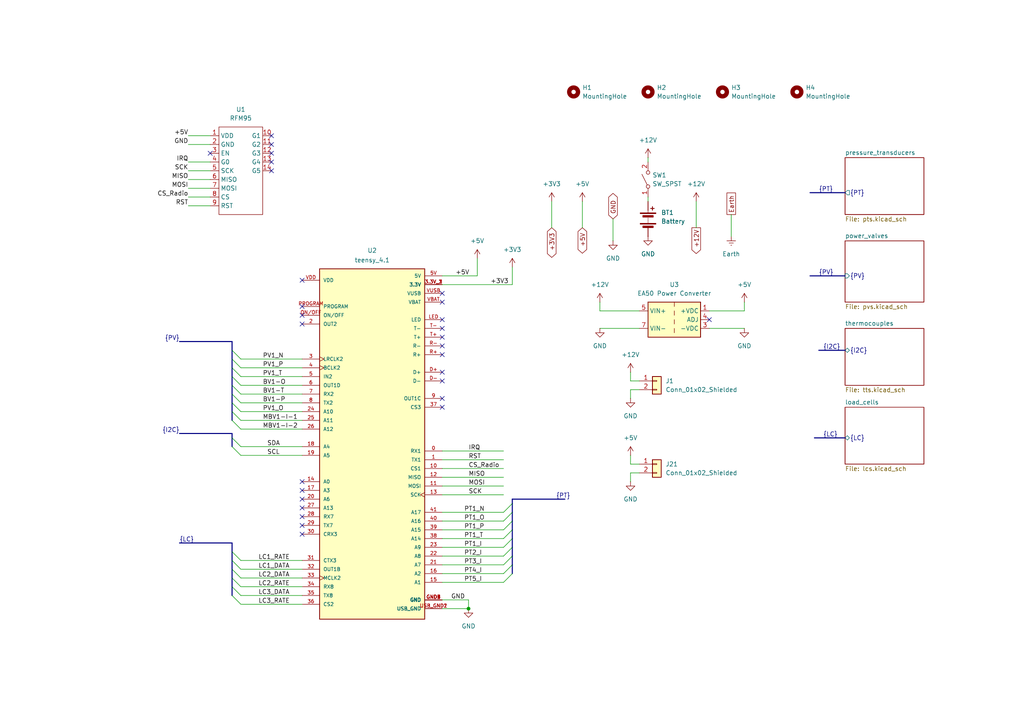
<source format=kicad_sch>
(kicad_sch (version 20231120) (generator "eeschema") (generator_version "8.0")
  (paper "A4")
  (lib_symbols
    (symbol "Connector_Generic:Conn_01x02" (pin_names (offset 1.016) hide)
      (property "Reference" "J" (at 0 2.54 0))
      (property "Value" "Conn_01x02" (at 0 -5.08 0))
      (symbol "Conn_01x02_1_1"
        (rectangle (start -1.27 -2.413) (end 0 -2.667) (stroke (width 0.1524)))
        (rectangle (start -1.27 0.127) (end 0 -0.127) (stroke (width 0.1524)))
        (rectangle (start -1.27 1.27) (end 1.27 -3.81) (stroke (width 0.254)) (fill (type background)))
        (pin passive line (at -5.08 0 0) (length 3.81) (name "Pin_1") (number "1"))
        (pin passive line (at -5.08 -2.54 0) (length 3.81) (name "Pin_2") (number "2"))
      )
    )
    (symbol "Converter_DCDC:Ag9905LP"
      (property "Reference" "U" (at -7.62 7.62 0))
      (property "Value" "Ag9905LP" (at 10.16 7.62 0))
      (symbol "Ag9905LP_0_1"
        (rectangle (start -7.62 5.08) (end 7.62 -5.08) (stroke (width 0.254)) (fill (type background)))
        (polyline (pts (xy 0 -2.54) (xy 0 -3.81)))
        (polyline (pts (xy 0 0) (xy 0 -1.27)))
        (polyline (pts (xy 0 2.54) (xy 0 1.27)))
        (polyline (pts (xy 0 5.08) (xy 0 3.81)))
      )
      (symbol "Ag9905LP_1_1"
        (pin power_out line (at 10.16 2.54 180) (length 2.54) (name "+VDC") (number "1"))
        (pin passive line (at 10.16 2.54 180) (length 2.54) hide (name "+VDC") (number "2"))
        (pin power_out line (at 10.16 -2.54 180) (length 2.54) (name "-VDC") (number "3"))
        (pin passive line (at 10.16 0 180) (length 2.54) (name "ADJ") (number "4"))
        (pin power_in line (at -10.16 2.54 0) (length 2.54) (name "VIN+") (number "5"))
        (pin passive line (at -10.16 2.54 0) (length 2.54) hide (name "VIN+") (number "6"))
        (pin power_in line (at -10.16 -2.54 0) (length 2.54) (name "VIN-") (number "7"))
        (pin passive line (at -10.16 -2.54 0) (length 2.54) hide (name "VIN-") (number "8"))
      )
    )
    (symbol "Device:Battery" (pin_numbers hide) (pin_names (offset 0) hide)
      (property "Reference" "BT" (at 2.54 2.54 0))
      (property "Value" "Battery" (at 2.54 0 0))
      (symbol "Battery_0_1"
        (rectangle (start -2.286 -1.27) (end 2.286 -1.524) (fill (type outline)))
        (rectangle (start -2.286 1.778) (end 2.286 1.524) (fill (type outline)))
        (rectangle (start -1.524 -2.032) (end 1.524 -2.54) (fill (type outline)))
        (rectangle (start -1.524 1.016) (end 1.524 0.508) (fill (type outline)))
        (polyline (pts (xy 0 -1.016) (xy 0 -0.762)))
        (polyline (pts (xy 0 -0.508) (xy 0 -0.254)))
        (polyline (pts (xy 0 0) (xy 0 0.254)))
        (polyline (pts (xy 0 1.778) (xy 0 2.54)))
        (polyline (pts (xy 0.762 3.048) (xy 1.778 3.048)) (stroke (width 0.254)))
        (polyline (pts (xy 1.27 3.556) (xy 1.27 2.54)) (stroke (width 0.254)))
      )
      (symbol "Battery_1_1"
        (pin passive line (at 0 5.08 270) (length 2.54) (name "+") (number "1"))
        (pin passive line (at 0 -5.08 90) (length 2.54) (name "-") (number "2"))
      )
    )
    (symbol "Mechanical:MountingHole" (pin_names (offset 1.016)) (exclude_from_sim yes) (in_bom no)
      (property "Reference" "H" (at 0 5.08 0))
      (property "Value" "MountingHole" (at 0 3.175 0))
      (symbol "MountingHole_0_1"
        (circle (center 0 0) (radius 1.27) (stroke (width 1.27)))
      )
    )
    (symbol "Switch:SW_SPST" (pin_names (offset 0) hide)
      (property "Reference" "SW" (at 0 3.175 0))
      (property "Value" "SW_SPST" (at 0 -2.54 0))
      (symbol "SW_SPST_0_0"
        (circle (center -2.032 0) (radius 0.508))
        (polyline (pts (xy -1.524 0.254) (xy 1.524 1.778)))
        (circle (center 2.032 0) (radius 0.508))
      )
      (symbol "SW_SPST_1_1"
        (pin passive line (at -5.08 0 0) (length 2.54) (name "A") (number "1"))
        (pin passive line (at 5.08 0 180) (length 2.54) (name "B") (number "2"))
      )
    )
    (symbol "hb_symbol_lib:radio_module_900MHz"
      (property "Reference" "U1" (at 0 2.54 0))
      (property "Value" "RFM95" (at 0 0 0))
      (symbol "radio_module_900MHz_0_1"
        (rectangle (start -6.35 -1.27) (end 6.35 -26.67))
      )
      (symbol "radio_module_900MHz_1_1"
        (pin power_in line (at -8.89 -3.81 0) (length 2.54) (name "VDD") (number "1"))
        (pin bidirectional line (at 8.89 -3.81 180) (length 2.54) (name "G1") (number "10"))
        (pin bidirectional line (at 8.89 -6.35 180) (length 2.54) (name "G2") (number "11"))
        (pin bidirectional line (at 8.89 -8.89 180) (length 2.54) (name "G3") (number "12"))
        (pin bidirectional line (at 8.89 -11.43 180) (length 2.54) (name "G4") (number "13"))
        (pin bidirectional line (at 8.89 -13.97 180) (length 2.54) (name "G5") (number "14"))
        (pin power_in line (at -8.89 -6.35 0) (length 2.54) (name "GND") (number "2"))
        (pin output line (at -8.89 -8.89 0) (length 2.54) (name "EN") (number "3"))
        (pin bidirectional line (at -8.89 -11.43 0) (length 2.54) (name "G0") (number "4"))
        (pin output line (at -8.89 -13.97 0) (length 2.54) (name "SCK") (number "5"))
        (pin input line (at -8.89 -16.51 0) (length 2.54) (name "MISO") (number "6"))
        (pin output line (at -8.89 -19.05 0) (length 2.54) (name "MOSI") (number "7"))
        (pin output line (at -8.89 -21.59 0) (length 2.54) (name "CS") (number "8"))
        (pin output line (at -8.89 -24.13 0) (length 2.54) (name "RST") (number "9"))
      )
    )
    (symbol "hb_symbol_lib:teensy_4.1" (pin_names (offset 1.016))
      (property "Reference" "U2" (at 0 59.436 0))
      (property "Value" "teensy_4.1" (at 0 56.642 0))
      (symbol "teensy_4.1_0_0"
        (rectangle (start -15.24 54.102) (end 15.24 -47.498) (stroke (width 0.254)) (fill (type background)))
        (pin bidirectional line (at 20.32 1.27 180) (length 5.08) (name "RX1") (number "0"))
        (pin bidirectional line (at 20.32 -1.27 180) (length 5.08) (name "TX1") (number "1"))
        (pin bidirectional line (at 20.32 -3.81 180) (length 5.08) (name "CS1") (number "10"))
        (pin bidirectional line (at 20.32 -8.89 180) (length 5.08) (name "MOSI") (number "11"))
        (pin bidirectional line (at 20.32 -6.35 180) (length 5.08) (name "MISO") (number "12"))
        (pin bidirectional clock (at 20.32 -11.43 180) (length 5.08) (name "SCK") (number "13"))
        (pin bidirectional line (at -20.32 -7.62 0) (length 5.08) (name "A0") (number "14"))
        (pin bidirectional line (at 20.32 -36.83 180) (length 5.08) (name "A1") (number "15"))
        (pin bidirectional line (at 20.32 -34.29 180) (length 5.08) (name "A2") (number "16"))
        (pin bidirectional line (at -20.32 -10.16 0) (length 5.08) (name "A3") (number "17"))
        (pin bidirectional line (at -20.32 2.54 0) (length 5.08) (name "A4") (number "18"))
        (pin bidirectional line (at -20.32 0 0) (length 5.08) (name "A5") (number "19"))
        (pin output line (at -20.32 38.1 0) (length 5.08) (name "OUT2") (number "2"))
        (pin bidirectional line (at -20.32 -12.7 0) (length 5.08) (name "A6") (number "20"))
        (pin bidirectional line (at 20.32 -31.75 180) (length 5.08) (name "A7") (number "21"))
        (pin bidirectional line (at 20.32 -29.21 180) (length 5.08) (name "A8") (number "22"))
        (pin bidirectional line (at 20.32 -26.67 180) (length 5.08) (name "A9") (number "23"))
        (pin bidirectional line (at -20.32 12.7 0) (length 5.08) (name "A10") (number "24"))
        (pin bidirectional line (at -20.32 10.16 0) (length 5.08) (name "A11") (number "25"))
        (pin bidirectional line (at -20.32 7.62 0) (length 5.08) (name "A12") (number "26"))
        (pin bidirectional line (at -20.32 -15.24 0) (length 5.08) (name "A13") (number "27"))
        (pin bidirectional line (at -20.32 -17.78 0) (length 5.08) (name "RX7") (number "28"))
        (pin bidirectional line (at -20.32 -20.32 0) (length 5.08) (name "TX7") (number "29"))
        (pin bidirectional clock (at -20.32 27.94 0) (length 5.08) (name "LRCLK2") (number "3"))
        (pin power_in line (at 20.32 49.53 180) (length 5.08) (name "3.3V") (number "3.3V_1"))
        (pin power_in line (at 20.32 49.53 180) (length 5.08) (name "3.3V") (number "3.3V_2"))
        (pin power_in line (at 20.32 49.53 180) (length 5.08) (name "3.3V") (number "3.3V_3"))
        (pin bidirectional line (at -20.32 -22.86 0) (length 5.08) (name "CRX3") (number "30"))
        (pin bidirectional line (at -20.32 -30.48 0) (length 5.08) (name "CTX3") (number "31"))
        (pin bidirectional clock (at -20.32 -35.56 0) (length 5.08) (name "MCLK2") (number "33"))
        (pin bidirectional line (at -20.32 -38.1 0) (length 5.08) (name "RX8") (number "34"))
        (pin bidirectional line (at -20.32 -40.64 0) (length 5.08) (name "TX8") (number "35"))
        (pin bidirectional line (at -20.32 -43.18 0) (length 5.08) (name "CS2") (number "36"))
        (pin bidirectional line (at 20.32 13.97 180) (length 5.08) (name "CS3") (number "37"))
        (pin bidirectional line (at 20.32 -24.13 180) (length 5.08) (name "A14") (number "38"))
        (pin bidirectional line (at 20.32 -21.59 180) (length 5.08) (name "A15") (number "39"))
        (pin bidirectional clock (at -20.32 25.4 0) (length 5.08) (name "BCLK2") (number "4"))
        (pin bidirectional line (at 20.32 -19.05 180) (length 5.08) (name "A16") (number "40"))
        (pin bidirectional line (at 20.32 -16.51 180) (length 5.08) (name "A17") (number "41"))
        (pin bidirectional line (at -20.32 22.86 0) (length 5.08) (name "IN2") (number "5"))
        (pin power_in line (at 20.32 52.07 180) (length 5.08) (name "5V") (number "5V"))
        (pin output line (at -20.32 20.32 0) (length 5.08) (name "OUT1D") (number "6"))
        (pin bidirectional line (at -20.32 17.78 0) (length 5.08) (name "RX2") (number "7"))
        (pin bidirectional line (at -20.32 15.24 0) (length 5.08) (name "TX2") (number "8"))
        (pin output line (at 20.32 16.51 180) (length 5.08) (name "OUT1C") (number "9"))
        (pin bidirectional line (at 20.32 24.13 180) (length 5.08) (name "D+") (number "D+"))
        (pin bidirectional line (at 20.32 21.59 180) (length 5.08) (name "D-") (number "D-"))
        (pin power_in line (at 20.32 -41.91 180) (length 5.08) (name "GND") (number "GND1"))
        (pin power_in line (at 20.32 -41.91 180) (length 5.08) (name "GND") (number "GND2"))
        (pin power_in line (at 20.32 -41.91 180) (length 5.08) (name "GND") (number "GND3"))
        (pin power_in line (at 20.32 -41.91 180) (length 5.08) (name "GND") (number "GND4"))
        (pin power_in line (at 20.32 -41.91 180) (length 5.08) (name "GND") (number "GND5"))
        (pin bidirectional line (at 20.32 39.37 180) (length 5.08) (name "LED") (number "LED"))
        (pin bidirectional line (at -20.32 40.64 0) (length 5.08) (name "ON/OFF") (number "ON/OFF"))
        (pin bidirectional line (at -20.32 43.18 0) (length 5.08) (name "PROGRAM") (number "PROGRAM"))
        (pin bidirectional line (at 20.32 29.21 180) (length 5.08) (name "R+") (number "R+"))
        (pin bidirectional line (at 20.32 31.75 180) (length 5.08) (name "R-") (number "R-"))
        (pin bidirectional line (at 20.32 34.29 180) (length 5.08) (name "T+") (number "T+"))
        (pin bidirectional line (at 20.32 36.83 180) (length 5.08) (name "T-") (number "T-"))
        (pin power_in line (at 20.32 -44.45 180) (length 5.08) (name "USB_GND") (number "USB_GND1"))
        (pin power_in line (at 20.32 -44.45 180) (length 5.08) (name "USB_GND") (number "USB_GND2"))
        (pin passive line (at 20.32 44.45 180) (length 5.08) (name "VBAT") (number "VBAT"))
        (pin passive line (at 20.32 46.99 180) (length 5.08) (name "VUSB") (number "VUSB"))
      )
      (symbol "teensy_4.1_1_0"
        (pin bidirectional line (at -20.32 -33.02 0) (length 5.08) (name "OUT1B") (number "32"))
        (pin input line (at -20.32 50.8 0) (length 5.08) (name "VDD") (number "VDD"))
      )
    )
    (symbol "power:+12V" (power) (pin_numbers hide) (pin_names (offset 0) hide)
      (property "Value" "+12V" (at 0 3.556 0))
      (symbol "+12V_0_1"
        (polyline (pts (xy -0.762 1.27) (xy 0 2.54)))
        (polyline (pts (xy 0 0) (xy 0 2.54)))
        (polyline (pts (xy 0 2.54) (xy 0.762 1.27)))
      )
      (symbol "+12V_1_1"
        (pin power_in line (at 0 0 90) (length 0) (name "~") (number "1"))
      )
    )
    (symbol "power:+3V3" (power) (pin_numbers hide) (pin_names (offset 0) hide)
      (property "Value" "+3V3" (at 0 3.556 0))
      (symbol "+3V3_0_1"
        (polyline (pts (xy -0.762 1.27) (xy 0 2.54)))
        (polyline (pts (xy 0 0) (xy 0 2.54)))
        (polyline (pts (xy 0 2.54) (xy 0.762 1.27)))
      )
      (symbol "+3V3_1_1"
        (pin power_in line (at 0 0 90) (length 0) (name "~") (number "1"))
      )
    )
    (symbol "power:+5V" (power) (pin_numbers hide) (pin_names (offset 0) hide)
      (property "Value" "+5V" (at 0 3.556 0))
      (symbol "+5V_0_1"
        (polyline (pts (xy -0.762 1.27) (xy 0 2.54)))
        (polyline (pts (xy 0 0) (xy 0 2.54)))
        (polyline (pts (xy 0 2.54) (xy 0.762 1.27)))
      )
      (symbol "+5V_1_1"
        (pin power_in line (at 0 0 90) (length 0) (name "~") (number "1"))
      )
    )
    (symbol "power:Earth" (power) (pin_numbers hide) (pin_names (offset 0) hide)
      (property "Value" "Earth" (at 0 -3.81 0))
      (symbol "Earth_0_1"
        (polyline (pts (xy -0.635 -1.905) (xy 0.635 -1.905)))
        (polyline (pts (xy -0.127 -2.54) (xy 0.127 -2.54)))
        (polyline (pts (xy 0 -1.27) (xy 0 0)))
        (polyline (pts (xy 1.27 -1.27) (xy -1.27 -1.27)))
      )
      (symbol "Earth_1_1"
        (pin power_in line (at 0 0 270) (length 0) (name "~") (number "1"))
      )
    )
    (symbol "power:GND" (power) (pin_numbers hide) (pin_names (offset 0) hide)
      (property "Value" "GND" (at 0 -3.81 0))
      (symbol "GND_0_1"
        (polyline (pts (xy 0 0) (xy 0 -1.27) (xy 1.27 -1.27) (xy 0 -2.54) (xy -1.27 -1.27) (xy 0 -1.27)))
      )
      (symbol "GND_1_1"
        (pin power_in line (at 0 0 270) (length 0) (name "~") (number "1"))
      )
    )
  )
  (junction (at 135.89 176.53))
  (no_connect (at 128.27 92.71))
  (no_connect (at 87.63 93.98))
  (no_connect (at 78.74 44.45))
  (no_connect (at 128.27 85.09))
  (no_connect (at 128.27 102.87))
  (no_connect (at 87.63 152.4))
  (no_connect (at 87.63 88.9))
  (no_connect (at 128.27 95.25))
  (no_connect (at 78.74 49.53))
  (no_connect (at 128.27 118.11))
  (no_connect (at 78.74 39.37))
  (no_connect (at 205.74 92.71))
  (no_connect (at 78.74 41.91))
  (no_connect (at 87.63 154.94))
  (no_connect (at 128.27 87.63))
  (no_connect (at 60.96 44.45))
  (no_connect (at 128.27 107.95))
  (no_connect (at 87.63 139.7))
  (no_connect (at 128.27 100.33))
  (no_connect (at 87.63 91.44))
  (no_connect (at 87.63 147.32))
  (no_connect (at 87.63 144.78))
  (no_connect (at 87.63 81.28))
  (no_connect (at 128.27 110.49))
  (no_connect (at 78.74 46.99))
  (no_connect (at 87.63 149.86))
  (no_connect (at 87.63 142.24))
  (no_connect (at 128.27 115.57))
  (no_connect (at 128.27 97.79))
  (bus_entry (at 148.59 163.83) (size -2.54 2.54))
  (bus_entry (at 148.59 161.29) (size -2.54 2.54))
  (bus_entry (at 148.59 151.13) (size -2.54 2.54))
  (bus_entry (at 67.31 101.6) (size 2.54 2.54))
  (bus_entry (at 67.31 104.14) (size 2.54 2.54))
  (bus_entry (at 148.59 146.05) (size -2.54 2.54))
  (bus_entry (at 67.31 127) (size 2.54 2.54))
  (bus_entry (at 67.31 109.22) (size 2.54 2.54))
  (bus_entry (at 67.31 114.3) (size 2.54 2.54))
  (bus_entry (at 67.31 111.76) (size 2.54 2.54))
  (bus_entry (at 67.31 172.72) (size 2.54 2.54))
  (bus_entry (at 67.31 119.38) (size 2.54 2.54))
  (bus_entry (at 67.31 106.68) (size 2.54 2.54))
  (bus_entry (at 67.31 116.84) (size 2.54 2.54))
  (bus_entry (at 148.59 153.67) (size -2.54 2.54))
  (bus_entry (at 67.31 160.02) (size 2.54 2.54))
  (bus_entry (at 67.31 121.92) (size 2.54 2.54))
  (bus_entry (at 67.31 129.54) (size 2.54 2.54))
  (bus_entry (at 67.31 170.18) (size 2.54 2.54))
  (bus_entry (at 148.59 166.37) (size -2.54 2.54))
  (bus_entry (at 148.59 156.21) (size -2.54 2.54))
  (bus_entry (at 148.59 158.75) (size -2.54 2.54))
  (bus_entry (at 67.31 165.1) (size 2.54 2.54))
  (bus_entry (at 67.31 162.56) (size 2.54 2.54))
  (bus_entry (at 148.59 148.59) (size -2.54 2.54))
  (bus_entry (at 67.31 167.64) (size 2.54 2.54))
  (bus (pts (xy 67.31 104.14) (xy 67.31 101.6)))
  (wire (pts (xy 69.85 170.18) (xy 87.63 170.18)))
  (wire (pts (xy 148.59 77.47) (xy 148.59 82.55)))
  (wire (pts (xy 128.27 130.81) (xy 146.05 130.81)))
  (wire (pts (xy 128.27 176.53) (xy 135.89 176.53)))
  (wire (pts (xy 173.99 87.63) (xy 173.99 90.17)))
  (wire (pts (xy 128.27 163.83) (xy 146.05 163.83)))
  (wire (pts (xy 182.88 134.62) (xy 185.42 134.62)))
  (wire (pts (xy 69.85 162.56) (xy 87.63 162.56)))
  (wire (pts (xy 128.27 168.91) (xy 146.05 168.91)))
  (bus (pts (xy 234.95 80.01) (xy 245.11 80.01)))
  (bus (pts (xy 163.83 144.78) (xy 148.59 144.78)))
  (bus (pts (xy 148.59 161.29) (xy 148.59 163.83)))
  (wire (pts (xy 128.27 82.55) (xy 148.59 82.55)))
  (wire (pts (xy 69.85 167.64) (xy 87.63 167.64)))
  (wire (pts (xy 54.61 57.15) (xy 60.96 57.15)))
  (wire (pts (xy 128.27 143.51) (xy 146.05 143.51)))
  (wire (pts (xy 128.27 135.89) (xy 146.05 135.89)))
  (bus (pts (xy 67.31 109.22) (xy 67.31 111.76)))
  (wire (pts (xy 54.61 46.99) (xy 60.96 46.99)))
  (wire (pts (xy 182.88 115.57) (xy 182.88 113.03)))
  (wire (pts (xy 69.85 129.54) (xy 87.63 129.54)))
  (wire (pts (xy 205.74 90.17) (xy 215.9 90.17)))
  (bus (pts (xy 67.31 170.18) (xy 67.31 172.72)))
  (bus (pts (xy 148.59 151.13) (xy 148.59 153.67)))
  (wire (pts (xy 215.9 87.63) (xy 215.9 90.17)))
  (wire (pts (xy 173.99 90.17) (xy 185.42 90.17)))
  (bus (pts (xy 148.59 158.75) (xy 148.59 161.29)))
  (wire (pts (xy 138.43 74.93) (xy 138.43 80.01)))
  (wire (pts (xy 146.05 156.21) (xy 128.27 156.21)))
  (bus (pts (xy 52.07 125.73) (xy 67.31 125.73)))
  (wire (pts (xy 69.85 106.68) (xy 87.63 106.68)))
  (wire (pts (xy 135.89 173.99) (xy 135.89 176.53)))
  (bus (pts (xy 236.22 127) (xy 245.11 127)))
  (bus (pts (xy 67.31 165.1) (xy 67.31 162.56)))
  (wire (pts (xy 69.85 124.46) (xy 87.63 124.46)))
  (wire (pts (xy 212.09 62.23) (xy 212.09 68.58)))
  (bus (pts (xy 148.59 163.83) (xy 148.59 166.37)))
  (wire (pts (xy 138.43 80.01) (xy 128.27 80.01)))
  (bus (pts (xy 237.49 101.6) (xy 245.11 101.6)))
  (bus (pts (xy 148.59 156.21) (xy 148.59 158.75)))
  (wire (pts (xy 128.27 133.35) (xy 146.05 133.35)))
  (wire (pts (xy 128.27 140.97) (xy 146.05 140.97)))
  (bus (pts (xy 67.31 109.22) (xy 67.31 106.68)))
  (wire (pts (xy 69.85 104.14) (xy 87.63 104.14)))
  (wire (pts (xy 187.96 45.72) (xy 187.96 46.99)))
  (wire (pts (xy 69.85 121.92) (xy 87.63 121.92)))
  (wire (pts (xy 173.99 95.25) (xy 185.42 95.25)))
  (wire (pts (xy 182.88 107.95) (xy 182.88 110.49)))
  (wire (pts (xy 182.88 132.08) (xy 182.88 134.62)))
  (wire (pts (xy 69.85 119.38) (xy 87.63 119.38)))
  (wire (pts (xy 54.61 41.91) (xy 60.96 41.91)))
  (wire (pts (xy 54.61 39.37) (xy 60.96 39.37)))
  (wire (pts (xy 205.74 95.25) (xy 215.9 95.25)))
  (wire (pts (xy 69.85 116.84) (xy 87.63 116.84)))
  (wire (pts (xy 146.05 151.13) (xy 128.27 151.13)))
  (bus (pts (xy 67.31 111.76) (xy 67.31 114.3)))
  (wire (pts (xy 54.61 52.07) (xy 60.96 52.07)))
  (bus (pts (xy 67.31 119.38) (xy 67.31 121.92)))
  (bus (pts (xy 148.59 153.67) (xy 148.59 156.21)))
  (wire (pts (xy 54.61 54.61) (xy 60.96 54.61)))
  (bus (pts (xy 67.31 114.3) (xy 67.31 116.84)))
  (wire (pts (xy 168.91 58.42) (xy 168.91 66.04)))
  (bus (pts (xy 148.59 144.78) (xy 148.59 146.05)))
  (wire (pts (xy 69.85 132.08) (xy 87.63 132.08)))
  (bus (pts (xy 67.31 101.6) (xy 67.31 99.06)))
  (wire (pts (xy 177.8 63.5) (xy 177.8 69.85)))
  (bus (pts (xy 67.31 157.48) (xy 52.07 157.48)))
  (wire (pts (xy 69.85 109.22) (xy 87.63 109.22)))
  (wire (pts (xy 128.27 138.43) (xy 146.05 138.43)))
  (bus (pts (xy 148.59 146.05) (xy 148.59 148.59)))
  (wire (pts (xy 146.05 153.67) (xy 128.27 153.67)))
  (wire (pts (xy 69.85 165.1) (xy 87.63 165.1)))
  (bus (pts (xy 67.31 99.06) (xy 52.07 99.06)))
  (wire (pts (xy 69.85 175.26) (xy 87.63 175.26)))
  (bus (pts (xy 67.31 127) (xy 67.31 129.54)))
  (wire (pts (xy 182.88 137.16) (xy 185.42 137.16)))
  (wire (pts (xy 69.85 111.76) (xy 87.63 111.76)))
  (bus (pts (xy 67.31 116.84) (xy 67.31 119.38)))
  (wire (pts (xy 128.27 161.29) (xy 146.05 161.29)))
  (bus (pts (xy 67.31 167.64) (xy 67.31 165.1)))
  (wire (pts (xy 146.05 158.75) (xy 128.27 158.75)))
  (bus (pts (xy 148.59 148.59) (xy 148.59 151.13)))
  (wire (pts (xy 182.88 113.03) (xy 185.42 113.03)))
  (bus (pts (xy 234.95 55.88) (xy 245.11 55.88)))
  (wire (pts (xy 128.27 173.99) (xy 135.89 173.99)))
  (bus (pts (xy 67.31 162.56) (xy 67.31 160.02)))
  (wire (pts (xy 69.85 114.3) (xy 87.63 114.3)))
  (wire (pts (xy 146.05 148.59) (xy 128.27 148.59)))
  (wire (pts (xy 54.61 49.53) (xy 60.96 49.53)))
  (bus (pts (xy 67.31 167.64) (xy 67.31 170.18)))
  (bus (pts (xy 67.31 160.02) (xy 67.31 157.48)))
  (wire (pts (xy 54.61 59.69) (xy 60.96 59.69)))
  (wire (pts (xy 182.88 110.49) (xy 185.42 110.49)))
  (wire (pts (xy 182.88 139.7) (xy 182.88 137.16)))
  (bus (pts (xy 67.31 125.73) (xy 67.31 127)))
  (wire (pts (xy 201.93 58.42) (xy 201.93 66.04)))
  (wire (pts (xy 187.96 57.15) (xy 187.96 58.42)))
  (wire (pts (xy 160.02 58.42) (xy 160.02 66.04)))
  (wire (pts (xy 128.27 166.37) (xy 146.05 166.37)))
  (bus (pts (xy 67.31 106.68) (xy 67.31 104.14)))
  (wire (pts (xy 69.85 172.72) (xy 87.63 172.72)))
  (label "PT4_I" (at 134.62 166.37 0))
  (label "LC1_DATA" (at 74.93 165.1 0))
  (label "PT2_I" (at 134.62 161.29 0))
  (label "+5V" (at 132.08 80.01 0))
  (label "{LC}" (at 52.07 157.48 0))
  (label "PT1_O" (at 134.62 151.13 0))
  (label "+3V3" (at 142.24 82.55 0))
  (label "{I2C}" (at 52.07 125.73 180))
  (label "LC2_DATA" (at 74.93 167.64 0))
  (label "LC2_RATE" (at 74.93 170.18 0))
  (label "{PV}" (at 52.07 99.06 180))
  (label "PT5_I" (at 134.62 168.91 0))
  (label "{PT}" (at 237.49 55.88 0))
  (label "LC3_RATE" (at 74.93 175.26 0))
  (label "PV1_T" (at 76.2 109.22 0))
  (label "CS_Radio" (at 54.61 57.15 180))
  (label "RST" (at 135.89 133.35 0))
  (label "PT3_I" (at 134.62 163.83 0))
  (label "PV1_N" (at 76.2 104.14 0))
  (label "PV1_O" (at 76.2 119.38 0))
  (label "SCL" (at 77.47 132.08 0))
  (label "+5V" (at 54.61 39.37 180))
  (label "GND" (at 130.81 173.99 0))
  (label "PT1_N" (at 134.62 148.59 0))
  (label "GND" (at 54.61 41.91 180))
  (label "{I2C}" (at 238.76 101.6 0))
  (label "SCK" (at 54.61 49.53 180))
  (label "BV1-O" (at 76.2 111.76 0))
  (label "PT1_P" (at 134.62 153.67 0))
  (label "MOSI" (at 54.61 54.61 180))
  (label "PT1_T" (at 134.62 156.21 0))
  (label "{PV}" (at 237.49 80.01 0))
  (label "RST" (at 54.61 59.69 180))
  (label "MBV1-I-2" (at 76.2 124.46 0))
  (label "PV1_P" (at 76.2 106.68 0))
  (label "IRQ" (at 135.89 130.81 0))
  (label "MISO" (at 135.89 138.43 0))
  (label "SCK" (at 135.89 143.51 0))
  (label "BV1-P" (at 76.2 116.84 0))
  (label "LC1_RATE" (at 74.93 162.56 0))
  (label "BV1-T" (at 76.2 114.3 0))
  (label "LC3_DATA" (at 74.93 172.72 0))
  (label "MBV1-I-1" (at 76.2 121.92 0))
  (label "{PT}" (at 161.29 144.78 0))
  (label "PT1_I" (at 134.62 158.75 0))
  (label "MOSI" (at 135.89 140.97 0))
  (label "SDA" (at 77.47 129.54 0))
  (label "{LC}" (at 238.76 127 0))
  (label "MISO" (at 54.61 52.07 180))
  (label "IRQ" (at 54.61 46.99 180))
  (label "CS_Radio" (at 135.89 135.89 0))
  (global_label "GND" (shape bidirectional) (at 177.8 63.5 90) (property "Intersheetrefs" "${INTERSHEET_REFS}" (effects (hide yes))))
  (global_label "+5V" (shape bidirectional) (at 168.91 66.04 270) (property "Intersheetrefs" "${INTERSHEET_REFS}" (effects (hide yes))))
  (global_label "+12V" (shape output) (at 201.93 66.04 270) (property "Intersheetrefs" "${INTERSHEET_REFS}" (effects (hide yes))))
  (global_label "Earth" (shape passive) (at 212.09 62.23 90) (property "Intersheetrefs" "${INTERSHEET_REFS}" (effects (hide yes))))
  (global_label "+3V3" (shape bidirectional) (at 160.02 66.04 270) (property "Intersheetrefs" "${INTERSHEET_REFS}" (effects (hide yes))))
  (symbol (lib_id "power:+5V") (at 138.43 74.93 0) (unit 1)
    (property "Reference" "#PWR02" (effects (hide yes)))
    (property "Value" "+5V" (at 138.43 69.85 0))
    (property "Description" "Power symbol creates a global label with name \"+5V\"" (effects (hide yes)))
  )
  (symbol (lib_id "power:+12V") (at 201.93 58.42 0) (unit 1)
    (property "Reference" "#PWR013" (effects (hide yes)))
    (property "Value" "+12V" (at 201.93 53.34 0))
    (property "Description" "Power symbol creates a global label with name \"+12V\"" (effects (hide yes)))
  )
  (symbol (lib_id "Device:Battery") (at 187.96 63.5 0) (unit 1) (in_bom no) (on_board no)
    (property "Reference" "BT1" (at 191.77 61.6584 0) (effects (justify left)))
    (property "Value" "Battery" (at 191.77 64.1984 0) (effects (justify left)))
    (property "Datasheet" "https://www.amazon.com/ExpertPower-EXP1270-Rechargeable-Lead-Battery/dp/B003S1RQ2S/ref=sr_1_7?crid=1JHK8EXIGQQ7H&dib=eyJ2IjoiMSJ9.tPjFFP7jkCl5qY3Rv_IoV_hrAXuqe_qS8_vOgY1n_s_uEHBbHhYznYA_toMfjEW-Dj32IoUz4UqSUoxeb17ccL9X9B4Mi-qaM9l6Q_wPe5mSoPkmDc7BbHfr6LluB8sAfzSOalknZIUhQDeLWYhPPm-lppKOv85oy8zFNLJNXNFV5_oO3gMLAfMdoAjpPBmcuAPeCC77ASp8y58Gle43Z_qDCBN1C3UNsinaIqbRqreriTgFaOGKeNoKIHDsd2wL6t2SmdBlXikEdUnwhCJTEv1pt-KWL6ZCnia4NrYCXvIuRyaNWSEfat3QNTRB-xf8-Ebv6x3DpKsdJLfvxM9UOQWQti3XMp0F48lPROoutZg.4e0Z-tOi5nXgAY1xIeXtXvJCRX9MtSnw_4xDpxFnca0&dib_tag=se&keywords=12v%2Bbattery&qid=1741645307&s=automotive&sprefix=12v%2Bbattery%2Cautomotive%2C163&sr=1-7&th=1" (effects (hide yes)))
    (property "Description" "ExpertPower 12v 7ah Rechargeable Sealed Lead Acid Battery" (effects (hide yes)))
  )
  (symbol (lib_id "Mechanical:MountingHole") (at 209.55 26.67 0) (unit 1) (exclude_from_sim yes) (in_bom no)
    (property "Reference" "H3" (at 212.09 25.3999 0) (effects (justify left)))
    (property "Value" "MountingHole" (at 212.09 27.9399 0) (effects (justify left)))
    (property "Footprint" "MountingHole:MountingHole_4.3mm_M4_DIN965_Pad" (effects (hide yes)))
    (property "Description" "Mounting Hole without connection" (effects (hide yes)))
  )
  (symbol (lib_id "power:+3V3") (at 160.02 58.42 0) (unit 1)
    (property "Reference" "#PWR04" (effects (hide yes)))
    (property "Value" "+3V3" (at 160.02 53.34 0))
    (property "Description" "Power symbol creates a global label with name \"+3V3\"" (effects (hide yes)))
  )
  (symbol (lib_id "Mechanical:MountingHole") (at 187.96 26.67 0) (unit 1) (exclude_from_sim yes) (in_bom no)
    (property "Reference" "H2" (at 190.5 25.3999 0) (effects (justify left)))
    (property "Value" "MountingHole" (at 190.5 27.9399 0) (effects (justify left)))
    (property "Footprint" "MountingHole:MountingHole_4.3mm_M4_DIN965_Pad" (effects (hide yes)))
    (property "Description" "Mounting Hole without connection" (effects (hide yes)))
  )
  (symbol (lib_id "power:+12V") (at 182.88 107.95 0) (unit 1)
    (property "Reference" "#PWR09" (effects (hide yes)))
    (property "Value" "+12V" (at 182.88 102.87 0))
    (property "Description" "Power symbol creates a global label with name \"+12V\"" (effects (hide yes)))
  )
  (symbol (lib_id "hb_symbol_lib:teensy_4.1") (at 107.95 132.08 0) (unit 1) (in_bom no)
    (property "Reference" "U2" (at 107.95 72.644 0))
    (property "Value" "teensy_4.1" (at 107.95 75.438 0))
    (property "Footprint" "hb_footprint_lib:teensy4.1" (effects (hide yes)))
    (property "Datasheet" "https://www.digikey.com/en/products/detail/sparkfun-electronics/PRT-17152/13543378?gclsrc=aw.ds&&utm_adgroup=&utm_source=google&utm_medium=cpc&utm_campaign=PMax%20Shopping_Product_Low%20ROAS%20Categories&utm_term=&utm_content=&utm_id=go_cmp-20243063506_adg-_ad-__dev-c_ext-_prd-13543378_sig-Cj0KCQjw2N2_BhCAARIsAK4pEkUQkn3iAR7iG6uvMNULuTFBZCPc69gKKUhWnaOWSNnREsZoAU1YMNAaAjJ-EALw_wcB&gad_source=1&gclid=Cj0KCQjw2N2_BhCAARIsAK4pEkUQkn3iAR7iG6uvMNULuTFBZCPc69gKKUhWnaOWSNnREsZoAU1YMNAaAjJ-EALw_wcB&gclsrc=aw.ds" (effects (hide yes)))
    (property "Description" "TEENSY STACKABLE HEADER KIT (EXT" (effects (hide yes)))
    (property "Manufacturer" "SparkFun Electronics" (effects (hide yes)))
    (property "Manufacturer Part #" "PRT-17152" (effects (hide yes)))
    (property "Supplier" "Digikey" (effects (hide yes)))
    (property "Supplier Part #" "PRT-17152" (effects (hide yes)))
    (property "Unit Cost" "1.75" (effects (hide yes)))
    (property "Cost @ Qty" "1.75" (effects (hide yes)))
  )
  (symbol (lib_id "Switch:SW_SPST") (at 187.96 52.07 90) (unit 1)
    (property "Reference" "SW1" (at 189.23 50.7999 90) (effects (justify right)))
    (property "Value" "SW_SPST" (at 189.23 53.3399 90) (effects (justify right)))
    (property "Description" "Single Pole Single Throw (SPST) switch" (effects (hide yes)))
  )
  (symbol (lib_id "Mechanical:MountingHole") (at 166.37 26.67 0) (unit 1) (exclude_from_sim yes) (in_bom no)
    (property "Reference" "H1" (at 168.91 25.3999 0) (effects (justify left)))
    (property "Value" "MountingHole" (at 168.91 27.9399 0) (effects (justify left)))
    (property "Footprint" "MountingHole:MountingHole_4.3mm_M4_DIN965_Pad" (effects (hide yes)))
    (property "Description" "Mounting Hole without connection" (effects (hide yes)))
  )
  (symbol (lib_id "power:GND") (at 187.96 68.58 0) (unit 1)
    (property "Reference" "#PWR012" (effects (hide yes)))
    (property "Value" "GND" (at 187.96 73.66 0))
    (property "Description" "Power symbol creates a global label with name \"GND\" , ground" (effects (hide yes)))
  )
  (symbol (lib_id "power:GND") (at 177.8 69.85 0) (unit 1)
    (property "Reference" "#PWR08" (effects (hide yes)))
    (property "Value" "GND" (at 177.8 74.93 0))
    (property "Description" "Power symbol creates a global label with name \"GND\" , ground" (effects (hide yes)))
  )
  (symbol (lib_id "Converter_DCDC:Ag9905LP") (at 195.58 92.71 0) (unit 1) (in_bom no) (on_board no)
    (property "Reference" "U3" (at 195.58 82.55 0))
    (property "Value" "EA50 Power Converter" (at 195.58 85.09 0))
    (property "Datasheet" "https://www.amazon.com/EPBOWPT-Converter-Regulator-Supply-Transformer/dp/B01M03288J/ref=sr_1_8?crid=319ROMQ48GEIS&dib=eyJ2IjoiMSJ9.MOFGVt_gYJa_sRkeExrvaocKk-1KyEwUz61HleLKENfqK0QijmQQkoy1MTlK0emOfTkhLpeT7EbKw14UHy6VtTFk9W6niHLmNekxtQw75sHQX9-ykt-Kc0xlonP0UJ1wDOnqY5HoreLRVitFi4haWklBqw45Bbek8MXLUh7m_oRybSMIw_bEAwNOb7DoV2Z8OpAH1GLVnXlCFN4QnVDUTWYWgXbbnCTaxFMHcldSnFEfCoaHiAUFLlGUy4LzEAwyWMtNAPNJKxlKDhNRMxufU0d5tHKr0gnpkKpseoN8orwdLnQNq-KJyDIejkYojzIkm7UR6z-geDbfb7YMeFBJ3_iOx1LvB6d9CtQCtfMmEJQ.BzAZiZxpuOjYGYkgUasBhWN1dsYIzqdgf68EJnNXsY0&dib_tag=se&keywords=12v+to+5v+Converter&qid=1743369786&s=electronics&sprefix=12v+to+5v+converter%2Celectronics%2C142&sr=1-8" (effects (hide yes)))
  )
  (symbol (lib_id "power:GND") (at 182.88 115.57 0) (unit 1)
    (property "Reference" "#PWR010" (effects (hide yes)))
    (property "Value" "GND" (at 182.88 120.65 0))
    (property "Description" "Power symbol creates a global label with name \"GND\" , ground" (effects (hide yes)))
  )
  (symbol (lib_id "hb_symbol_lib:radio_module_900MHz") (at 69.85 35.56 0) (unit 1)
    (property "Reference" "U1" (at 69.85 31.75 0))
    (property "Value" "RFM95" (at 69.85 34.29 0))
    (property "Footprint" "hb_footprint_lib:rfm95_connector" (effects (hide yes)))
    (property "Datasheet" "https://learn.adafruit.com/adafruit-rfm69hcw-and-rfm96-rfm95-rfm98-lora-packet-padio-breakouts/overview" (effects (hide yes)))
    (property "Description" "9 Position Header Connector 0.100\" (2.54mm) Through Hole Gold & 5 Position Header Connector 0.100\" (2.54mm) Through Hole Gold" (effects (hide yes)))
    (property "Manufacturer" "Sullins Connector Solutions" (effects (hide yes)))
    (property "Manufacturer Part #" "PPPC091LFBN-RC" (effects (hide yes)))
    (property "Supplier" "Digikey" (effects (hide yes)))
    (property "Supplier Part #" "PPPC091LFBN-RC" (effects (hide yes)))
    (property "Unit Cost" "0.63" (effects (hide yes)))
    (property "Cost @ Qty" "0.63" (effects (hide yes)))
    (property "Manufacturer 2" "Sullins Connector Solutions" (effects (hide yes)))
    (property "Manufacturer Part # 2" "PPPC051LFBN-RC" (effects (hide yes)))
    (property "Supplier 2" "Digikey" (effects (hide yes)))
    (property "Supplier Part # 2" "PPPC051LFBN-RC" (effects (hide yes)))
    (property "Unit Cost 2" "0.43" (effects (hide yes)))
    (property "Cost @ Qty 2" "0.43" (effects (hide yes)))
  )
  (symbol (lib_id "Mechanical:MountingHole") (at 231.14 26.67 0) (unit 1) (exclude_from_sim yes) (in_bom no)
    (property "Reference" "H4" (at 233.68 25.3999 0) (effects (justify left)))
    (property "Value" "MountingHole" (at 233.68 27.9399 0) (effects (justify left)))
    (property "Footprint" "MountingHole:MountingHole_4.3mm_M4_DIN965_Pad" (effects (hide yes)))
    (property "Description" "Mounting Hole without connection" (effects (hide yes)))
  )
  (symbol (lib_id "power:+12V") (at 182.88 132.08 0) (unit 1)
    (property "Reference" "#PWR066" (effects (hide yes)))
    (property "Value" "+5V" (at 182.88 127 0))
    (property "Description" "Power symbol creates a global label with name \"+12V\"" (effects (hide yes)))
  )
  (symbol (lib_id "Connector_Generic:Conn_01x02") (at 190.5 134.62 0) (unit 1)
    (property "Reference" "J21" (at 193.04 134.6199 0) (effects (justify left)))
    (property "Value" "Conn_01x02_Shielded" (at 193.04 137.1599 0) (effects (justify left)))
    (property "Footprint" "hb_footprint_lib:AMASS_XT60PW-M" (effects (hide yes)))
    (property "Datasheet" "https://www.lcsc.com/datasheet/lcsc_datasheet_2401181031_Changzhou-Amass-Elec-XT60PW-M_C98732.pdf" (effects (hide yes)))
    (property "Description" "Changzhou Amass Elec XT60PW-M" (effects (hide yes)))
    (property "Manufacturer" "Changzhou Amass Elec" (effects (hide yes)))
    (property "Manufacturer Part #" "XT60PW-M" (effects (hide yes)))
    (property "Supplier" "LCSC" (effects (hide yes)))
    (property "Supplier Part #" "C98732" (effects (hide yes)))
    (property "Unit Cost" "0.59" (effects (hide yes)))
    (property "Cost @ Qty" "0.59" (effects (hide yes)))
  )
  (symbol (lib_id "power:GND") (at 135.89 176.53 0) (unit 1)
    (property "Reference" "#PWR01" (effects (hide yes)))
    (property "Value" "GND" (at 135.89 181.61 0))
    (property "Description" "Power symbol creates a global label with name \"GND\" , ground" (effects (hide yes)))
  )
  (symbol (lib_id "power:+5V") (at 168.91 58.42 0) (unit 1)
    (property "Reference" "#PWR05" (effects (hide yes)))
    (property "Value" "+5V" (at 168.91 53.34 0))
    (property "Description" "Power symbol creates a global label with name \"+5V\"" (effects (hide yes)))
  )
  (symbol (lib_id "power:+12V") (at 187.96 45.72 0) (unit 1)
    (property "Reference" "#PWR011" (effects (hide yes)))
    (property "Value" "+12V" (at 187.96 40.64 0))
    (property "Description" "Power symbol creates a global label with name \"+12V\"" (effects (hide yes)))
  )
  (symbol (lib_id "power:+5V") (at 148.59 77.47 0) (unit 1)
    (property "Reference" "#PWR03" (effects (hide yes)))
    (property "Value" "+3V3" (at 148.59 72.39 0))
    (property "Description" "Power symbol creates a global label with name \"+5V\"" (effects (hide yes)))
  )
  (symbol (lib_id "power:+5V") (at 215.9 87.63 0) (unit 1)
    (property "Reference" "#PWR015" (effects (hide yes)))
    (property "Value" "+5V" (at 215.9 82.55 0))
    (property "Description" "Power symbol creates a global label with name \"+5V\"" (effects (hide yes)))
  )
  (symbol (lib_id "Connector_Generic:Conn_01x02") (at 190.5 110.49 0) (unit 1)
    (property "Reference" "J1" (at 193.04 110.4899 0) (effects (justify left)))
    (property "Value" "Conn_01x02_Shielded" (at 193.04 113.0299 0) (effects (justify left)))
    (property "Footprint" "hb_footprint_lib:AMASS_XT60PW-M" (effects (hide yes)))
    (property "Datasheet" "https://www.lcsc.com/datasheet/lcsc_datasheet_2401181031_Changzhou-Amass-Elec-XT60PW-M_C98732.pdf" (effects (hide yes)))
    (property "Description" "Changzhou Amass Elec XT60PW-M" (effects (hide yes)))
    (property "Manufacturer" "Changzhou Amass Elec" (effects (hide yes)))
    (property "Manufacturer Part #" "XT60PW-M" (effects (hide yes)))
    (property "Supplier" "LCSC" (effects (hide yes)))
    (property "Supplier Part #" "C98732" (effects (hide yes)))
    (property "Unit Cost" "0.59" (effects (hide yes)))
    (property "Cost @ Qty" "0.59" (effects (hide yes)))
  )
  (symbol (lib_id "power:GND") (at 182.88 139.7 0) (unit 1)
    (property "Reference" "#PWR067" (effects (hide yes)))
    (property "Value" "GND" (at 182.88 144.78 0))
    (property "Description" "Power symbol creates a global label with name \"GND\" , ground" (effects (hide yes)))
  )
  (symbol (lib_id "power:+12V") (at 173.99 87.63 0) (unit 1)
    (property "Reference" "#PWR06" (effects (hide yes)))
    (property "Value" "+12V" (at 173.99 82.55 0))
    (property "Description" "Power symbol creates a global label with name \"+12V\"" (effects (hide yes)))
  )
  (symbol (lib_id "power:GND") (at 173.99 95.25 0) (unit 1)
    (property "Reference" "#PWR07" (effects (hide yes)))
    (property "Value" "GND" (at 173.99 100.33 0))
    (property "Description" "Power symbol creates a global label with name \"GND\" , ground" (effects (hide yes)))
  )
  (symbol (lib_id "power:GND") (at 215.9 95.25 0) (unit 1)
    (property "Reference" "#PWR016" (effects (hide yes)))
    (property "Value" "GND" (at 215.9 100.33 0))
    (property "Description" "Power symbol creates a global label with name \"GND\" , ground" (effects (hide yes)))
  )
  (symbol (lib_id "power:Earth") (at 212.09 68.58 0) (unit 1)
    (property "Reference" "#PWR014" (effects (hide yes)))
    (property "Value" "Earth" (at 212.09 73.66 0))
    (property "Description" "Power symbol creates a global label with name \"Earth\"" (effects (hide yes)))
  )
  (sheet (at 245.11 118.11) (size 22.86 16.51) (stroke (width 0.1524))
    (property "Sheetname" "load_cells" (at 245.11 117.3984 0) (effects (justify left bottom)))
    (property "Sheetfile" "lcs.kicad_sch" (at 245.11 135.2046 0) (effects (justify left top)))
    (pin "{LC}" bidirectional (at 245.11 127 180))
  )
  (sheet (at 245.11 45.72) (size 22.86 16.51) (stroke (width 0.1524))
    (property "Sheetname" "pressure_transducers" (at 245.11 45.0084 0) (effects (justify left bottom)))
    (property "Sheetfile" "pts.kicad_sch" (at 245.11 62.8146 0) (effects (justify left top)))
    (pin "{PT}" output (at 245.11 55.88 180))
  )
  (sheet (at 245.11 69.85) (size 22.86 17.78) (stroke (width 0.1524))
    (property "Sheetname" "power_valves" (at 245.11 69.1384 0) (effects (justify left bottom)))
    (property "Sheetfile" "pvs.kicad_sch" (at 245.11 88.2146 0) (effects (justify left top)))
    (pin "{PV}" input (at 245.11 80.01 180))
  )
  (sheet (at 245.11 95.25) (size 22.86 16.51) (stroke (width 0.1524))
    (property "Sheetname" "thermocouples" (at 245.11 94.5384 0) (effects (justify left bottom)))
    (property "Sheetfile" "tts.kicad_sch" (at 245.11 112.3446 0) (effects (justify left top)))
    (pin "{I2C}" bidirectional (at 245.11 101.6 180))
  )
)
</source>
